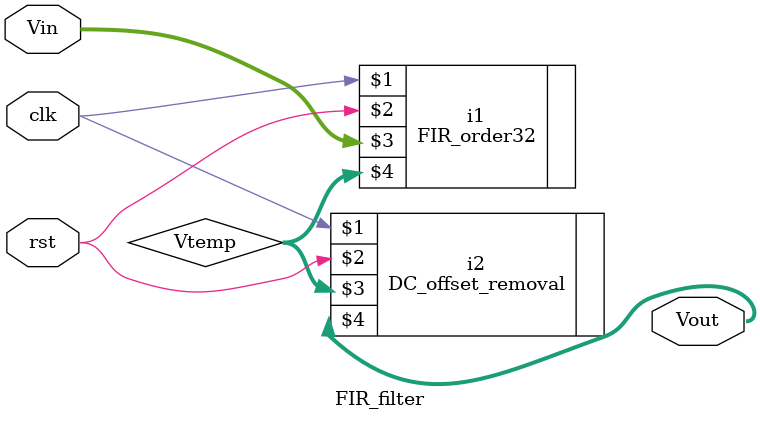
<source format=v>
`timescale 1ns / 1ps
module FIR_filter #(parameter M=14)(
	input clk,
	input rst,
	input signed [M-1:0] Vin,
	output signed [M-1:0] Vout
    );
	 wire signed [M-1:0] Vtemp;
	 //assign Vout=Vtemp2;
	 FIR_order32 i1(clk,rst,Vin,Vtemp);
	 DC_offset_removal i2(clk,rst,Vtemp,Vout);
	
endmodule

</source>
